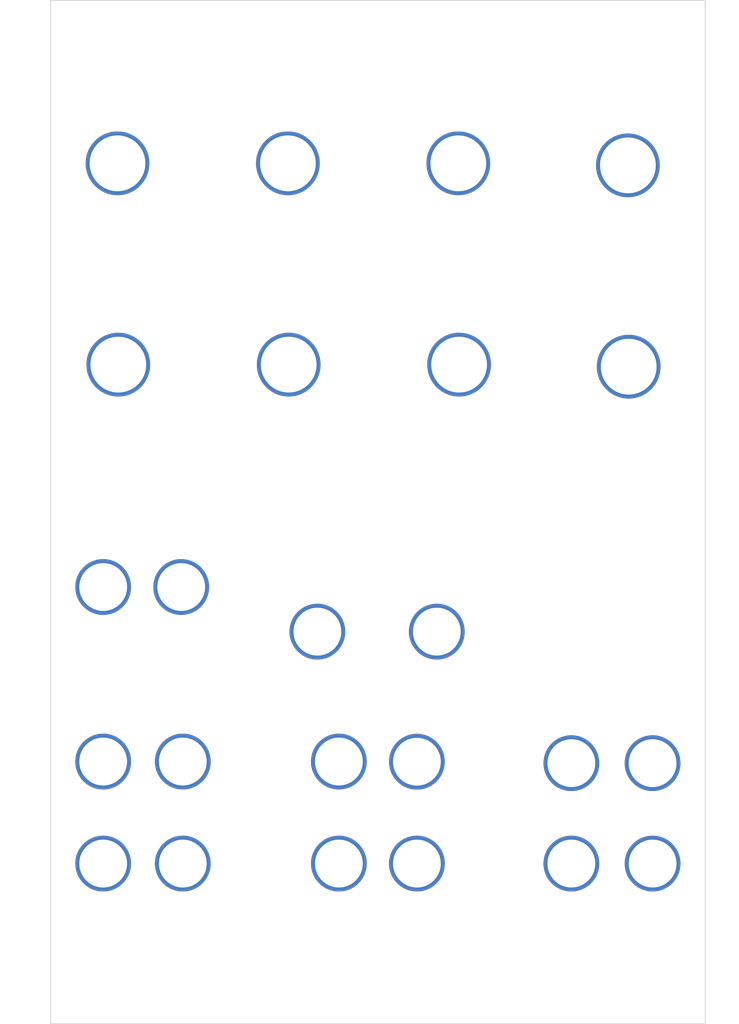
<source format=kicad_pcb>
(kicad_pcb (version 20211014) (generator pcbnew)
  (layers (0 "F.Cu" signal) (31 "B.Cu" signal) (34 "B.Paste" user) (35 "F.Paste" user) (36 "B.SilkS" user "B.Silkscreen") (37 "F.SilkS" user "F.Silkscreen") (38 "B.Mask" user) (39 "F.Mask" user) (44 "Edge.Cuts" user))
  (net 0 "")
  (footprint "" (layer "F.Cu") (at 116.4 110.43075)
    (fp_text reference "" (at 0 0) (layer "F.SilkS") (effects (font (size 1.27 1.27))))
    (fp_text value "" (at 0 0) (layer "F.SilkS") (effects (font (size 1.27 1.27))))
    (pad "" np_thru_hole circle (at 0 0 180) (size 3 3) (drill 3) (layers *.Cu *.Mask))
  )
  (footprint "" (layer "F.Cu") (at 126.4 110.23075)
    (fp_text reference "" (at 0 0) (layer "F.SilkS") (effects (font (size 1.27 1.27))))
    (fp_text value "" (at 0 0) (layer "F.SilkS") (effects (font (size 1.27 1.27))))
    (pad "" np_thru_hole circle (at 0 0 180) (size 3 3) (drill 3) (layers *.Cu *.Mask))
  )
  (footprint "benjiaomodular:PanelHole_AudioJack_3.5mm" (layer "B.Cu") (at 175.2 114 180)
    (fp_text reference "REF**")
    (fp_text value "PanelHole_AudioJack_3.5mm")
    (pad "" thru_hole circle locked (at 0 -6.5) (size 7 7) (drill 6) (layers *.Cu *.Mask))
  )
  (footprint "" (layer "B.Cu") (at 145.8 95.2 180)
    (fp_text reference "" (at 0 0) (layer "B.SilkS") (effects (font (size 1.27 1.27)) (justify mirror)))
    (fp_text value "" (at 0 0) (layer "B.SilkS") (effects (font (size 1.27 1.27)) (justify mirror)))
    (pad "" np_thru_hole circle (at 0 0 180) (size 3 3) (drill 3) (layers *.Cu *.Mask))
  )
  (footprint "" (layer "B.Cu") (at 155.6 95.2 180)
    (fp_text reference "" (at 0 0) (layer "B.SilkS") (effects (font (size 1.27 1.27)) (justify mirror)))
    (fp_text value "" (at 0 0) (layer "B.SilkS") (effects (font (size 1.27 1.27)) (justify mirror)))
    (pad "" np_thru_hole circle (at 0 0 180) (size 3 3) (drill 3) (layers *.Cu *.Mask))
  )
  (footprint "benjiaomodular:PanelHole_Potentiometer_RV09" (layer "B.Cu") (at 184.9 78.2575 90)
    (fp_text reference "REF**" hide)
    (fp_text value "PanelHole_Potentiometer_RV09" hide)
    (pad "" thru_hole circle locked (at 7.5 -2.5) (size 8 8) (drill 7) (layers *.Cu *.Mask))
  )
  (footprint "" (layer "B.Cu") (at 185.4 110.2 180)
    (fp_text reference "" (at 0 0) (layer "B.SilkS") (effects (font (size 1.27 1.27)) (justify mirror)))
    (fp_text value "" (at 0 0) (layer "B.SilkS") (effects (font (size 1.27 1.27)) (justify mirror)))
    (pad "" np_thru_hole circle (at 0 0 180) (size 3 3) (drill 3) (layers *.Cu *.Mask))
  )
  (footprint "benjiaomodular:PanelHole_Potentiometer_RV09" (layer "B.Cu") (at 120.7 52.7425 90)
    (fp_text reference "REF**" hide)
    (fp_text value "PanelHole_Potentiometer_RV09" hide)
    (pad "" thru_hole circle locked (at 7.5 -2.5) (size 8 8) (drill 7) (layers *.Cu *.Mask))
  )
  (footprint "benjiaomodular:PanelHole_ToggleSwitch_MTS-101" (layer "B.Cu") (at 116.4 98.4 180)
    (fp_text reference "REF**")
    (fp_text value "PanelHole_ToggleSwitch_MTS-101")
    (pad "" thru_hole circle locked (at 0 0 270) (size 7 7) (drill 6) (layers *.Cu *.Mask))
  )
  (footprint "benjiaomodular:PanelHole_AudioJack_3.5mm" (layer "B.Cu") (at 164.8 104 90)
    (fp_text reference "REF**")
    (fp_text value "PanelHole_AudioJack_3.5mm")
    (pad "" thru_hole circle locked (at 0 -6.5 270) (size 7 7) (drill 6) (layers *.Cu *.Mask))
  )
  (footprint "benjiaomodular:PanelHole_Potentiometer_RV09" (layer "B.Cu") (at 142.2 78 90)
    (fp_text reference "REF**" hide)
    (fp_text value "PanelHole_Potentiometer_RV09" hide)
    (pad "" thru_hole circle locked (at 7.5 -2.5) (size 8 8) (drill 7) (layers *.Cu *.Mask))
  )
  (footprint "benjiaomodular:PanelHole_AudioJack_3.5mm" (layer "B.Cu") (at 155.8 113.82 180)
    (fp_text reference "REF**")
    (fp_text value "PanelHole_AudioJack_3.5mm")
    (pad "" thru_hole circle locked (at 0 -6.5) (size 7 7) (drill 6) (layers *.Cu *.Mask))
  )
  (footprint "benjiaomodular:PanelHole_AudioJack_3.5mm" (layer "B.Cu") (at 126.4 113.8 180)
    (fp_text reference "REF**")
    (fp_text value "PanelHole_AudioJack_3.5mm")
    (pad "" thru_hole circle locked (at 0 -6.5) (size 7 7) (drill 6) (layers *.Cu *.Mask))
  )
  (footprint "benjiaomodular:PanelHole_AudioJack_3.5mm" (layer "B.Cu") (at 116.4 113.8 180)
    (fp_text reference "REF**")
    (fp_text value "PanelHole_AudioJack_3.5mm")
    (pad "" thru_hole circle locked (at 0 -6.5) (size 7 7) (drill 6) (layers *.Cu *.Mask))
  )
  (footprint "benjiaomodular:PanelHole_AudioJack_3.5mm" (layer "B.Cu") (at 185.4 139.6)
    (fp_text reference "REF**")
    (fp_text value "PanelHole_AudioJack_3.5mm")
    (pad "" thru_hole circle locked (at 0 -6.5 180) (size 7 7) (drill 6) (layers *.Cu *.Mask))
  )
  (footprint "benjiaomodular:PanelHole_Potentiometer_RV09" (layer "B.Cu") (at 184.8 53 90)
    (fp_text reference "REF**" hide)
    (fp_text value "PanelHole_Potentiometer_RV09" hide)
    (pad "" thru_hole circle locked (at 7.5 -2.5) (size 8 8) (drill 7) (layers *.Cu *.Mask))
  )
  (footprint "benjiaomodular:PanelHole_AudioJack_3.5mm" (layer "B.Cu") (at 175.2 139.6)
    (fp_text reference "REF**")
    (fp_text value "PanelHole_AudioJack_3.5mm")
    (pad "" thru_hole circle locked (at 0 -6.5 180) (size 7 7) (drill 6) (layers *.Cu *.Mask))
  )
  (footprint "benjiaomodular:PanelHole_Potentiometer_RV09" (layer "B.Cu") (at 163.5 52.7425 90)
    (fp_text reference "REF**" hide)
    (fp_text value "PanelHole_Potentiometer_RV09" hide)
    (pad "" thru_hole circle locked (at 7.5 -2.5) (size 8 8) (drill 7) (layers *.Cu *.Mask))
  )
  (footprint "benjiaomodular:PanelHole_AudioJack_3.5mm" (layer "B.Cu") (at 185.4 114 180)
    (fp_text reference "REF**")
    (fp_text value "PanelHole_AudioJack_3.5mm")
    (pad "" thru_hole circle locked (at 0 -6.5) (size 7 7) (drill 6) (layers *.Cu *.Mask))
  )
  (footprint "benjiaomodular:PanelHole_Potentiometer_RV09" (layer "B.Cu") (at 120.8 78 90)
    (fp_text reference "REF**" hide)
    (fp_text value "PanelHole_Potentiometer_RV09" hide)
    (pad "" thru_hole circle locked (at 7.5 -2.5) (size 8 8) (drill 7) (layers *.Cu *.Mask))
  )
  (footprint "" (layer "B.Cu") (at 145.8 88.2 180)
    (fp_text reference "" (at 0 0) (layer "B.SilkS") (effects (font (size 1.27 1.27)) (justify mirror)))
    (fp_text value "" (at 0 0) (layer "B.SilkS") (effects (font (size 1.27 1.27)) (justify mirror)))
    (pad "" np_thru_hole circle (at 0 0 180) (size 3 3) (drill 3) (layers *.Cu *.Mask))
  )
  (footprint "benjiaomodular:PanelHole_AudioJack_3.5mm" (layer "B.Cu") (at 126.4 139.6)
    (fp_text reference "REF**")
    (fp_text value "PanelHole_AudioJack_3.5mm")
    (pad "" thru_hole circle locked (at 0 -6.5 180) (size 7 7) (drill 6) (layers *.Cu *.Mask))
  )
  (footprint "benjiaomodular:PanelHole_AudioJack_3.5mm" (layer "B.Cu") (at 146 139.6)
    (fp_text reference "REF**")
    (fp_text value "PanelHole_AudioJack_3.5mm")
    (pad "" thru_hole circle locked (at 0 -6.5 180) (size 7 7) (drill 6) (layers *.Cu *.Mask))
  )
  (footprint "benjiaomodular:PanelHole_AudioJack_3.5mm" (layer "B.Cu") (at 155.8 139.6)
    (fp_text reference "REF**")
    (fp_text value "PanelHole_AudioJack_3.5mm")
    (pad "" thru_hole circle locked (at 0 -6.5 180) (size 7 7) (drill 6) (layers *.Cu *.Mask))
  )
  (footprint "" (layer "B.Cu") (at 175.2 110.2 180)
    (fp_text reference "" (at 0 0) (layer "B.SilkS") (effects (font (size 1.27 1.27)) (justify mirror)))
    (fp_text value "" (at 0 0) (layer "B.SilkS") (effects (font (size 1.27 1.27)) (justify mirror)))
    (pad "" np_thru_hole circle (at 0 0 180) (size 3 3) (drill 3) (layers *.Cu *.Mask))
  )
  (footprint "benjiaomodular:PanelHole_AudioJack_3.5mm" (layer "B.Cu") (at 146 113.8 180)
    (fp_text reference "REF**")
    (fp_text value "PanelHole_AudioJack_3.5mm")
    (pad "" thru_hole circle locked (at 0 -6.5) (size 7 7) (drill 6) (layers *.Cu *.Mask))
  )
  (footprint "benjiaomodular:PanelHole_Potentiometer_RV09" (layer "B.Cu") (at 163.6 78 90)
    (fp_text reference "REF**" hide)
    (fp_text value "PanelHole_Potentiometer_RV09" hide)
    (pad "" thru_hole circle locked (at 7.5 -2.5) (size 8 8) (drill 7) (layers *.Cu *.Mask))
  )
  (footprint "benjiaomodular:PanelHole_ToggleSwitch_MTS-101" (layer "B.Cu") (at 126.2 98.4 180)
    (fp_text reference "REF**")
    (fp_text value "PanelHole_ToggleSwitch_MTS-101")
    (pad "" thru_hole circle locked (at 0 0 270) (size 7 7) (drill 6) (layers *.Cu *.Mask))
  )
  (footprint "MountingHole:MountingHole_3mm" (layer "B.Cu") (at 155.6 88.2 180)
    (fp_text reference "REF**" hide)
    (fp_text value "MountingHole_3mm")
    (pad "" np_thru_hole circle (at 0 0 180) (size 3 3) (drill 3) (layers *.Cu *.Mask))
  )
  (footprint "benjiaomodular:PanelHole_AudioJack_3.5mm" (layer "B.Cu") (at 116.4 139.6)
    (fp_text reference "REF**")
    (fp_text value "PanelHole_AudioJack_3.5mm")
    (pad "" thru_hole circle locked (at 0 -6.5 180) (size 7 7) (drill 6) (layers *.Cu *.Mask))
  )
  (footprint "benjiaomodular:PanelHole_AudioJack_3.5mm" (layer "B.Cu") (at 136.8 104 -90)
    (fp_text reference "REF**")
    (fp_text value "PanelHole_AudioJack_3.5mm")
    (pad "" thru_hole circle locked (at 0 -6.5 90) (size 7 7) (drill 6) (layers *.Cu *.Mask))
  )
  (footprint "benjiaomodular:PanelHole_Potentiometer_RV09" (layer "B.Cu") (at 142.1 52.7425 90)
    (fp_text reference "REF**" hide)
    (fp_text value "PanelHole_Potentiometer_RV09" hide)
    (pad "" thru_hole circle locked (at 7.5 -2.5) (size 8 8) (drill 7) (layers *.Cu *.Mask))
  )
  (gr_rect (start 109.8 24.8) (end 192 153.2) (layer "Edge.Cuts") (width 0.1) (fill none))
)
</source>
